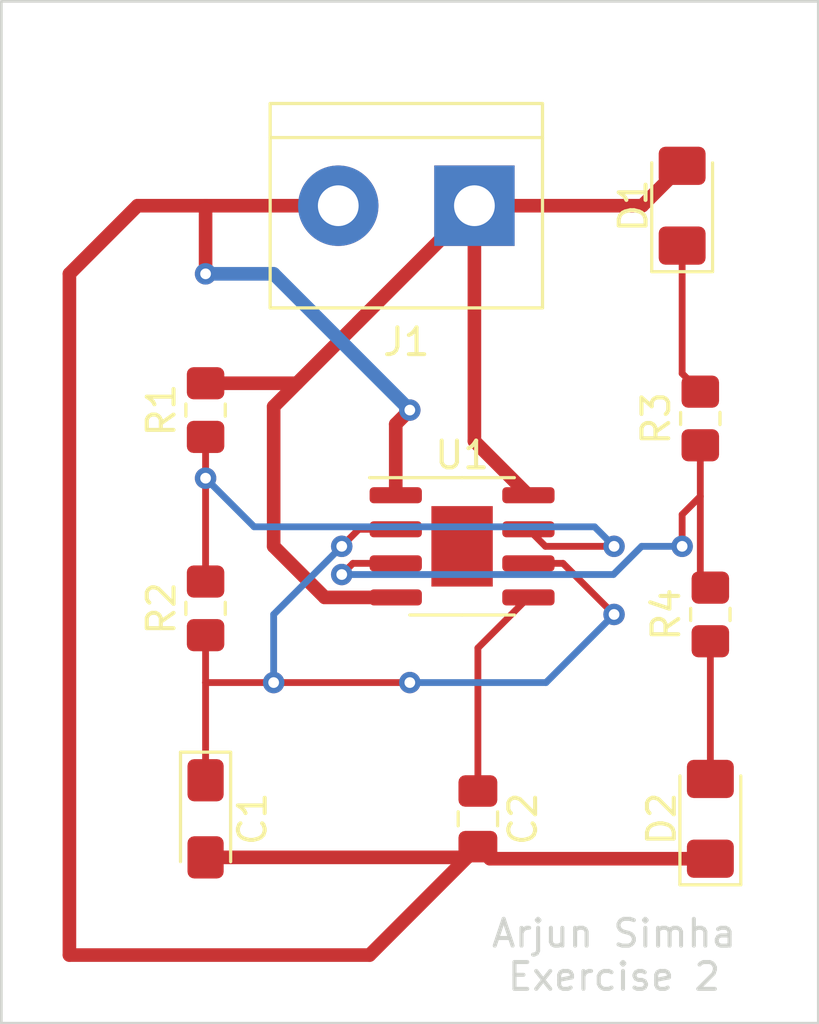
<source format=kicad_pcb>
(kicad_pcb (version 20211014) (generator pcbnew)
  (layers (0 "F.Cu" signal) (31 "B.Cu" signal) (34 "B.Paste" user) (35 "F.Paste" user) (36 "B.SilkS" user "B.Silkscreen") (37 "F.SilkS" user "F.Silkscreen") (38 "B.Mask" user) (39 "F.Mask" user) (44 "Edge.Cuts" user))
  (net 0 "")
  (net 1 "/pin_2")
  (net 2 "GND")
  (net 3 "Net-(C2-Pad1)")
  (net 4 "Net-(D1-Pad1)")
  (net 5 "+9V")
  (net 6 "Net-(D2-Pad2)")
  (net 7 "/pin_7")
  (net 8 "/pin_3")
  (footprint "LED_SMD:LED_1206_3216Metric_Pad1.42x1.75mm_HandSolder" (layer "F.Cu") (at 160.02 60.96 90)
    (fp_text reference "D1" (at 0 -1.82 90) (layer "F.SilkS"))
    (fp_text value "LED")
    (fp_line (start -2.46 -1.135) (end -2.46 1.135) (layer "F.SilkS") (width 0.12))
    (fp_line (start -2.46 1.135) (end 1.6 1.135) (layer "F.SilkS") (width 0.12))
    (fp_line (start 1.6 -1.135) (end -2.46 -1.135) (layer "F.SilkS") (width 0.12))
    (pad "1" smd roundrect (at -1.4875 0 90) (size 1.425 1.75) (layers "F.Cu" "F.Paste" "F.Mask") (roundrect_rratio 0.175439) (net 4 "Net-(D1-Pad1)"))
    (pad "2" smd roundrect (at 1.4875 0 90) (size 1.425 1.75) (layers "F.Cu" "F.Paste" "F.Mask") (roundrect_rratio 0.175439) (net 5 "+9V"))
  )
  (footprint "Resistor_SMD:R_0805_2012Metric_Pad1.20x1.40mm_HandSolder" (layer "F.Cu") (at 142.24 75.972936 90)
    (fp_text reference "R2" (at 0 -1.65 90) (layer "F.SilkS"))
    (fp_text value "10 kΩ")
    (fp_line (start -0.227064 -0.735) (end 0.227064 -0.735) (layer "F.SilkS") (width 0.12))
    (fp_line (start -0.227064 0.735) (end 0.227064 0.735) (layer "F.SilkS") (width 0.12))
    (pad "1" smd roundrect (at -1 0 90) (size 1.2 1.4) (layers "F.Cu" "F.Paste" "F.Mask") (roundrect_rratio 0.208333) (net 1 "/pin_2"))
    (pad "2" smd roundrect (at 1 0 90) (size 1.2 1.4) (layers "F.Cu" "F.Paste" "F.Mask") (roundrect_rratio 0.208333) (net 7 "/pin_7"))
  )
  (footprint "Package_SO:SOIC-8-1EP_3.9x4.9mm_P1.27mm_EP2.29x3mm" (layer "F.Cu") (at 151.81 73.66)
    (fp_text reference "U1" (at 0 -3.4) (layer "F.SilkS"))
    (fp_text value "NE555D")
    (fp_line (start 0 -2.56) (end -3.45 -2.56) (layer "F.SilkS") (width 0.12))
    (fp_line (start 0 2.56) (end 1.95 2.56) (layer "F.SilkS") (width 0.12))
    (fp_line (start 0 2.56) (end -1.95 2.56) (layer "F.SilkS") (width 0.12))
    (fp_line (start 0 -2.56) (end 1.95 -2.56) (layer "F.SilkS") (width 0.12))
    (pad "1" smd roundrect (at -2.475 -1.905) (size 1.95 0.6) (layers "F.Cu" "F.Paste" "F.Mask") (net 2 "GND"))
    (pad "2" smd roundrect (at -2.475 -0.635) (size 1.95 0.6) (layers "F.Cu" "F.Paste" "F.Mask") (net 1 "/pin_2"))
    (pad "3" smd roundrect (at -2.475 0.635) (size 1.95 0.6) (layers "F.Cu" "F.Paste" "F.Mask") (net 8 "/pin_3"))
    (pad "4" smd roundrect (at -2.475 1.905) (size 1.95 0.6) (layers "F.Cu" "F.Paste" "F.Mask") (net 5 "+9V"))
    (pad "5" smd roundrect (at 2.475 1.905) (size 1.95 0.6) (layers "F.Cu" "F.Paste" "F.Mask") (net 3 "Net-(C2-Pad1)"))
    (pad "6" smd roundrect (at 2.475 0.635) (size 1.95 0.6) (layers "F.Cu" "F.Paste" "F.Mask") (net 1 "/pin_2"))
    (pad "7" smd roundrect (at 2.475 -0.635) (size 1.95 0.6) (layers "F.Cu" "F.Paste" "F.Mask") (net 7 "/pin_7"))
    (pad "8" smd roundrect (at 2.475 -1.905) (size 1.95 0.6) (layers "F.Cu" "F.Paste" "F.Mask") (net 5 "+9V"))
    (pad "9" smd rect (at 0 0) (size 2.29 3) (layers "F.Cu" "F.Mask"))
  )
  (footprint "Capacitor_Tantalum_SMD:CP_EIA-3216-18_Kemet-A_Pad1.58x1.35mm_HandSolder" (layer "F.Cu") (at 142.24 83.82 -90)
    (fp_text reference "C1" (at 0 -1.75 90) (layer "F.SilkS"))
    (fp_text value "10 μF")
    (fp_line (start -2.485 -0.935) (end -2.485 0.935) (layer "F.SilkS") (width 0.12))
    (fp_line (start -2.485 0.935) (end 1.6 0.935) (layer "F.SilkS") (width 0.12))
    (fp_line (start 1.6 -0.935) (end -2.485 -0.935) (layer "F.SilkS") (width 0.12))
    (pad "1" smd roundrect (at -1.4375 0 270) (size 1.575 1.35) (layers "F.Cu" "F.Paste" "F.Mask") (roundrect_rratio 0.185185) (net 1 "/pin_2"))
    (pad "2" smd roundrect (at 1.4375 0 270) (size 1.575 1.35) (layers "F.Cu" "F.Paste" "F.Mask") (roundrect_rratio 0.185185) (net 2 "GND"))
  )
  (footprint "TerminalBlock:TerminalBlock_bornier-2_P5.08mm" (layer "F.Cu") (at 152.27 60.96 180)
    (fp_text reference "J1" (at 2.54 -5.08) (layer "F.SilkS"))
    (fp_text value "Conn_01x02_Male")
    (fp_line (start 7.62 2.54) (end -2.54 2.54) (layer "F.SilkS") (width 0.12))
    (fp_line (start -2.54 -3.81) (end -2.54 3.81) (layer "F.SilkS") (width 0.12))
    (fp_line (start -2.54 3.81) (end 7.62 3.81) (layer "F.SilkS") (width 0.12))
    (fp_line (start 7.62 3.81) (end 7.62 -3.81) (layer "F.SilkS") (width 0.12))
    (fp_line (start 7.62 -3.81) (end -2.54 -3.81) (layer "F.SilkS") (width 0.12))
    (pad "1" thru_hole rect (at 0 0 180) (size 3 3) (drill 1.52) (layers *.Cu *.Mask) (net 5 "+9V"))
    (pad "2" thru_hole circle (at 5.08 0 180) (size 3 3) (drill 1.52) (layers *.Cu *.Mask) (net 2 "GND"))
  )
  (footprint "Resistor_SMD:R_0805_2012Metric_Pad1.20x1.40mm_HandSolder" (layer "F.Cu") (at 161.0725 76.2 90)
    (fp_text reference "R4" (at 0 -1.65 90) (layer "F.SilkS"))
    (fp_text value "1 kΩ")
    (fp_line (start -0.227064 0.735) (end 0.227064 0.735) (layer "F.SilkS") (width 0.12))
    (fp_line (start -0.227064 -0.735) (end 0.227064 -0.735) (layer "F.SilkS") (width 0.12))
    (pad "1" smd roundrect (at -1 0 90) (size 1.2 1.4) (layers "F.Cu" "F.Paste" "F.Mask") (roundrect_rratio 0.208333) (net 6 "Net-(D2-Pad2)"))
    (pad "2" smd roundrect (at 1 0 90) (size 1.2 1.4) (layers "F.Cu" "F.Paste" "F.Mask") (roundrect_rratio 0.208333) (net 8 "/pin_3"))
  )
  (footprint "Capacitor_SMD:C_0805_2012Metric_Pad1.18x1.45mm_HandSolder" (layer "F.Cu") (at 152.4 83.82 -90)
    (fp_text reference "C2" (at 0 -1.68 90) (layer "F.SilkS"))
    (fp_text value "0.01 μF")
    (fp_line (start -0.261252 -0.735) (end 0.261252 -0.735) (layer "F.SilkS") (width 0.12))
    (fp_line (start -0.261252 0.735) (end 0.261252 0.735) (layer "F.SilkS") (width 0.12))
    (pad "1" smd roundrect (at -1.0375 0 270) (size 1.175 1.45) (layers "F.Cu" "F.Paste" "F.Mask") (roundrect_rratio 0.212766) (net 3 "Net-(C2-Pad1)"))
    (pad "2" smd roundrect (at 1.0375 0 270) (size 1.175 1.45) (layers "F.Cu" "F.Paste" "F.Mask") (roundrect_rratio 0.212766) (net 2 "GND"))
  )
  (footprint "Resistor_SMD:R_0805_2012Metric_Pad1.20x1.40mm_HandSolder" (layer "F.Cu") (at 160.6975 68.892936 90)
    (fp_text reference "R3" (at 0 -1.65 90) (layer "F.SilkS"))
    (fp_text value "1 kΩ")
    (fp_line (start -0.227064 0.735) (end 0.227064 0.735) (layer "F.SilkS") (width 0.12))
    (fp_line (start -0.227064 -0.735) (end 0.227064 -0.735) (layer "F.SilkS") (width 0.12))
    (pad "1" smd roundrect (at -1 0 90) (size 1.2 1.4) (layers "F.Cu" "F.Paste" "F.Mask") (roundrect_rratio 0.208333) (net 8 "/pin_3"))
    (pad "2" smd roundrect (at 1 0 90) (size 1.2 1.4) (layers "F.Cu" "F.Paste" "F.Mask") (roundrect_rratio 0.208333) (net 4 "Net-(D1-Pad1)"))
  )
  (footprint "Resistor_SMD:R_0805_2012Metric_Pad1.20x1.40mm_HandSolder" (layer "F.Cu") (at 142.24 68.58 90)
    (fp_text reference "R1" (at 0 -1.65 90) (layer "F.SilkS"))
    (fp_text value "1 kΩ")
    (fp_line (start -0.227064 -0.735) (end 0.227064 -0.735) (layer "F.SilkS") (width 0.12))
    (fp_line (start -0.227064 0.735) (end 0.227064 0.735) (layer "F.SilkS") (width 0.12))
    (pad "1" smd roundrect (at -1 0 90) (size 1.2 1.4) (layers "F.Cu" "F.Paste" "F.Mask") (roundrect_rratio 0.208333) (net 7 "/pin_7"))
    (pad "2" smd roundrect (at 1 0 90) (size 1.2 1.4) (layers "F.Cu" "F.Paste" "F.Mask") (roundrect_rratio 0.208333) (net 5 "+9V"))
  )
  (footprint "LED_SMD:LED_1206_3216Metric_Pad1.42x1.75mm_HandSolder" (layer "F.Cu") (at 161.0725 83.82 90)
    (fp_text reference "D2" (at 0 -1.82 90) (layer "F.SilkS"))
    (fp_text value "LED")
    (fp_line (start -2.46 -1.135) (end -2.46 1.135) (layer "F.SilkS") (width 0.12))
    (fp_line (start -2.46 1.135) (end 1.6 1.135) (layer "F.SilkS") (width 0.12))
    (fp_line (start 1.6 -1.135) (end -2.46 -1.135) (layer "F.SilkS") (width 0.12))
    (pad "1" smd roundrect (at -1.4875 0 90) (size 1.425 1.75) (layers "F.Cu" "F.Paste" "F.Mask") (roundrect_rratio 0.175439) (net 2 "GND"))
    (pad "2" smd roundrect (at 1.4875 0 90) (size 1.425 1.75) (layers "F.Cu" "F.Paste" "F.Mask") (roundrect_rratio 0.175439) (net 6 "Net-(D2-Pad2)"))
  )
  (gr_rect (start 134.62 53.34) (end 165.1 91.44) (layer "Edge.Cuts") (width 0.1) (fill none))
  (gr_text "Arjun Simha\nExercise 2" (at 157.48 88.9) (layer "Edge.Cuts") (effects (font (size 1 1))))
  (segment (start 154.285 74.295) (end 155.575 74.295) (width 0.254) (layer "F.Cu") (net 1))
  (segment (start 142.24 76.972936) (end 142.24 78.74) (width 0.254) (layer "F.Cu") (net 1))
  (segment (start 142.24 78.74) (end 142.24 82.3825) (width 0.254) (layer "F.Cu") (net 1))
  (segment (start 149.86 78.74) (end 144.78 78.74) (width 0.254) (layer "F.Cu") (net 1))
  (segment (start 147.955 73.025) (end 147.32 73.66) (width 0.254) (layer "F.Cu") (net 1))
  (segment (start 149.335 73.025) (end 147.955 73.025) (width 0.254) (layer "F.Cu") (net 1))
  (segment (start 155.575 74.295) (end 157.48 76.2) (width 0.254) (layer "F.Cu") (net 1))
  (segment (start 144.78 78.74) (end 142.24 78.74) (width 0.254) (layer "F.Cu") (net 1))
  (via (at 147.32 73.66) (size 0.8) (drill 0.4) (layers "F.Cu" "B.Cu") (net 1))
  (via (at 144.78 78.74) (size 0.8) (drill 0.4) (layers "F.Cu" "B.Cu") (net 1))
  (via (at 157.48 76.2) (size 0.8) (drill 0.4) (layers "F.Cu" "B.Cu") (net 1))
  (via (at 149.86 78.74) (size 0.8) (drill 0.4) (layers "F.Cu" "B.Cu") (net 1))
  (segment (start 147.32 73.66) (end 144.78 76.2) (width 0.254) (layer "B.Cu") (net 1))
  (segment (start 157.48 76.2) (end 154.94 78.74) (width 0.254) (layer "B.Cu") (net 1))
  (segment (start 144.78 76.2) (end 144.78 78.74) (width 0.254) (layer "B.Cu") (net 1))
  (segment (start 154.94 78.74) (end 149.86 78.74) (width 0.254) (layer "B.Cu") (net 1))
  (segment (start 152 85.2575) (end 142.24 85.2575) (width 0.508) (layer "F.Cu") (net 2))
  (segment (start 142.24 85.2575) (end 142.64 84.8575) (width 0.254) (layer "F.Cu") (net 2))
  (segment (start 148.3575 88.9) (end 152.4 84.8575) (width 0.508) (layer "F.Cu") (net 2))
  (segment (start 152.85 85.3075) (end 152.4 84.8575) (width 0.508) (layer "F.Cu") (net 2))
  (segment (start 161.0725 85.3075) (end 152.85 85.3075) (width 0.508) (layer "F.Cu") (net 2))
  (segment (start 142.24 60.96) (end 139.7 60.96) (width 0.508) (layer "F.Cu") (net 2))
  (segment (start 139.7 60.96) (end 137.16 63.5) (width 0.508) (layer "F.Cu") (net 2))
  (segment (start 142.24 63.5) (end 142.24 60.96) (width 0.508) (layer "F.Cu") (net 2))
  (segment (start 137.16 88.9) (end 148.3575 88.9) (width 0.508) (layer "F.Cu") (net 2))
  (segment (start 147.19 60.96) (end 142.24 60.96) (width 0.508) (layer "F.Cu") (net 2))
  (segment (start 149.335 69.105) (end 149.86 68.58) (width 0.508) (layer "F.Cu") (net 2))
  (segment (start 137.16 63.5) (end 137.16 88.9) (width 0.508) (layer "F.Cu") (net 2))
  (segment (start 149.335 71.755) (end 149.335 69.105) (width 0.508) (layer "F.Cu") (net 2))
  (segment (start 152.4 84.8575) (end 152 85.2575) (width 0.508) (layer "F.Cu") (net 2))
  (via (at 142.24 63.5) (size 0.8) (drill 0.4) (layers "F.Cu" "B.Cu") (net 2))
  (via (at 149.86 68.58) (size 0.8) (drill 0.4) (layers "F.Cu" "B.Cu") (net 2))
  (segment (start 149.86 68.58) (end 144.78 63.5) (width 0.508) (layer "B.Cu") (net 2))
  (segment (start 144.78 63.5) (end 142.24 63.5) (width 0.508) (layer "B.Cu") (net 2))
  (segment (start 154.285 75.565) (end 152.4 77.45) (width 0.254) (layer "F.Cu") (net 3))
  (segment (start 152.4 77.45) (end 152.4 82.7825) (width 0.254) (layer "F.Cu") (net 3))
  (segment (start 160.02 67.215436) (end 160.6975 67.892936) (width 0.254) (layer "F.Cu") (net 4))
  (segment (start 160.02 62.4475) (end 160.02 67.215436) (width 0.254) (layer "F.Cu") (net 4))
  (segment (start 152.27 60.96) (end 145.65 67.58) (width 0.508) (layer "F.Cu") (net 5))
  (segment (start 144.78 68.45) (end 145.65 67.58) (width 0.508) (layer "F.Cu") (net 5))
  (segment (start 144.78 73.66) (end 144.78 68.45) (width 0.508) (layer "F.Cu") (net 5))
  (segment (start 154.285 71.755) (end 152.27 69.74) (width 0.508) (layer "F.Cu") (net 5))
  (segment (start 158.5325 60.96) (end 160.02 59.4725) (width 0.508) (layer "F.Cu") (net 5))
  (segment (start 152.27 60.96) (end 158.5325 60.96) (width 0.508) (layer "F.Cu") (net 5))
  (segment (start 146.685 75.565) (end 144.78 73.66) (width 0.508) (layer "F.Cu") (net 5))
  (segment (start 145.65 67.58) (end 142.24 67.58) (width 0.508) (layer "F.Cu") (net 5))
  (segment (start 152.27 69.74) (end 152.27 60.96) (width 0.508) (layer "F.Cu") (net 5))
  (segment (start 147.906 65.324) (end 152.27 60.96) (width 0.508) (layer "F.Cu") (net 5))
  (segment (start 149.335 75.565) (end 146.685 75.565) (width 0.508) (layer "F.Cu") (net 5))
  (segment (start 161.0725 77.2) (end 161.0725 82.3325) (width 0.254) (layer "F.Cu") (net 6))
  (segment (start 142.24 74.972936) (end 142.24 71.12) (width 0.254) (layer "F.Cu") (net 7))
  (segment (start 142.24 71.12) (end 142.24 69.58) (width 0.254) (layer "F.Cu") (net 7))
  (segment (start 154.285 73.025) (end 154.92 73.66) (width 0.254) (layer "F.Cu") (net 7))
  (segment (start 154.92 73.66) (end 157.48 73.66) (width 0.254) (layer "F.Cu") (net 7))
  (via (at 142.24 71.12) (size 0.8) (drill 0.4) (layers "F.Cu" "B.Cu") (net 7))
  (via (at 157.48 73.66) (size 0.8) (drill 0.4) (layers "F.Cu" "B.Cu") (net 7))
  (segment (start 157.48 73.66) (end 156.753 72.933) (width 0.254) (layer "B.Cu") (net 7))
  (segment (start 156.753 72.933) (end 144.053 72.933) (width 0.254) (layer "B.Cu") (net 7))
  (segment (start 144.053 72.933) (end 142.24 71.12) (width 0.254) (layer "B.Cu") (net 7))
  (segment (start 160.6975 74.825) (end 161.0725 75.2) (width 0.254) (layer "F.Cu") (net 8))
  (segment (start 149.335 74.295) (end 147.7365 74.295) (width 0.254) (layer "F.Cu") (net 8))
  (segment (start 160.6975 69.892936) (end 160.6975 71.7975) (width 0.254) (layer "F.Cu") (net 8))
  (segment (start 160.02 72.475) (end 160.6975 71.7975) (width 0.254) (layer "F.Cu") (net 8))
  (segment (start 160.6975 71.7975) (end 160.6975 74.825) (width 0.254) (layer "F.Cu") (net 8))
  (segment (start 160.02 73.66) (end 160.02 72.475) (width 0.254) (layer "F.Cu") (net 8))
  (segment (start 147.7365 74.295) (end 147.32 74.7115) (width 0.254) (layer "F.Cu") (net 8))
  (via (at 160.02 73.66) (size 0.8) (drill 0.4) (layers "F.Cu" "B.Cu") (net 8))
  (via (at 147.32 74.7115) (size 0.8) (drill 0.4) (layers "F.Cu" "B.Cu") (net 8))
  (segment (start 158.508134 73.66) (end 160.02 73.66) (width 0.254) (layer "B.Cu") (net 8))
  (segment (start 157.456634 74.7115) (end 158.508134 73.66) (width 0.254) (layer "B.Cu") (net 8))
  (segment (start 147.32 74.7115) (end 157.456634 74.7115) (width 0.254) (layer "B.Cu") (net 8))
)
</source>
